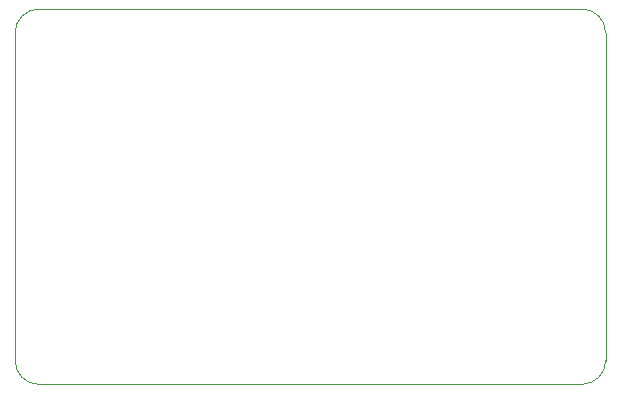
<source format=gm1>
G04 #@! TF.GenerationSoftware,KiCad,Pcbnew,(5.1.10)-1*
G04 #@! TF.CreationDate,2022-10-05T22:38:21+02:00*
G04 #@! TF.ProjectId,new_rs422_module_kicad,6e65775f-7273-4343-9232-5f6d6f64756c,rev?*
G04 #@! TF.SameCoordinates,Original*
G04 #@! TF.FileFunction,Profile,NP*
%FSLAX46Y46*%
G04 Gerber Fmt 4.6, Leading zero omitted, Abs format (unit mm)*
G04 Created by KiCad (PCBNEW (5.1.10)-1) date 2022-10-05 22:38:21*
%MOMM*%
%LPD*%
G01*
G04 APERTURE LIST*
G04 #@! TA.AperFunction,Profile*
%ADD10C,0.050000*%
G04 #@! TD*
G04 APERTURE END LIST*
D10*
X80000000Y-59770000D02*
X80000000Y-32000000D01*
X78000000Y-61770000D02*
X32000000Y-61770000D01*
X80000000Y-59770000D02*
G75*
G02*
X78000000Y-61770000I-2000000J0D01*
G01*
X30000000Y-32000000D02*
X30000000Y-59770000D01*
X78000000Y-30000000D02*
X32000000Y-30000000D01*
X78000000Y-30000000D02*
G75*
G02*
X80000000Y-32000000I0J-2000000D01*
G01*
X32000000Y-61770000D02*
G75*
G02*
X30000000Y-59770000I0J2000000D01*
G01*
X30000000Y-32000000D02*
G75*
G02*
X32000000Y-30000000I2000000J0D01*
G01*
M02*

</source>
